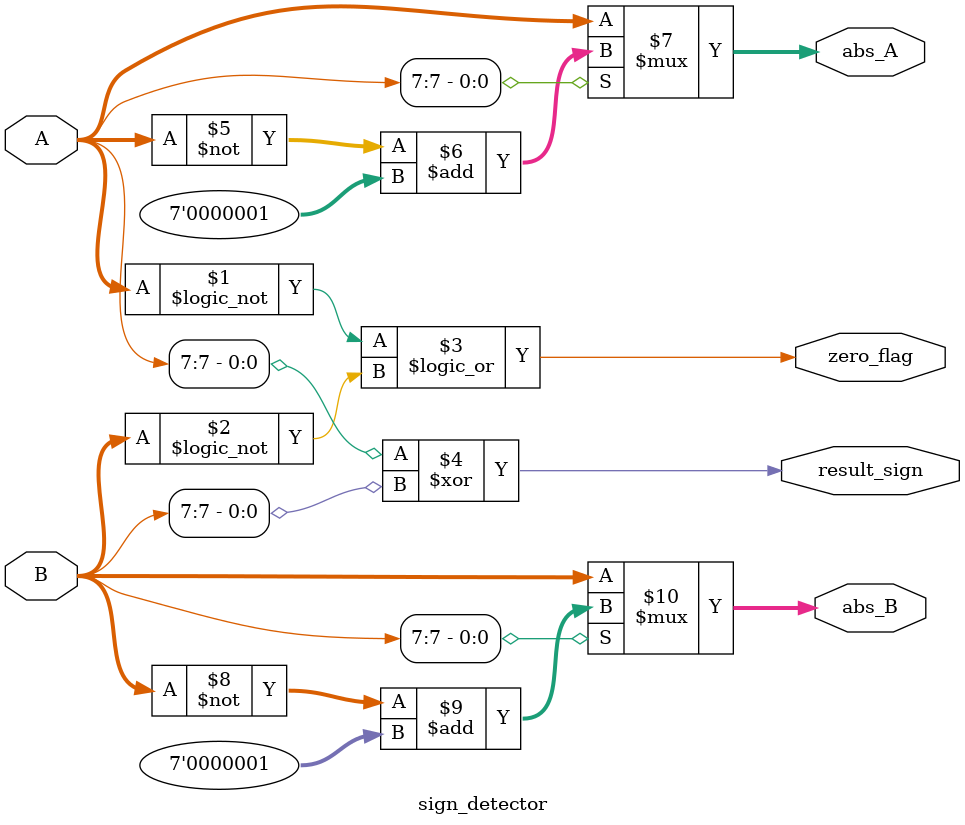
<source format=sv>
module sign_detector(
    input  bit signed [7:0] A, B,
    output bit              zero_flag,
    output bit        [7:0] abs_A, abs_B,
    output bit              result_sign
    );

    assign zero_flag = (A == 8'b0) || (B == 8'b0);
    assign result_sign = A[7] ^ B[7];
    assign abs_A = A[7] ? (~A + 7'b1) : A;
    assign abs_B = B[7] ? (~B + 7'b1) : B;
endmodule

</source>
